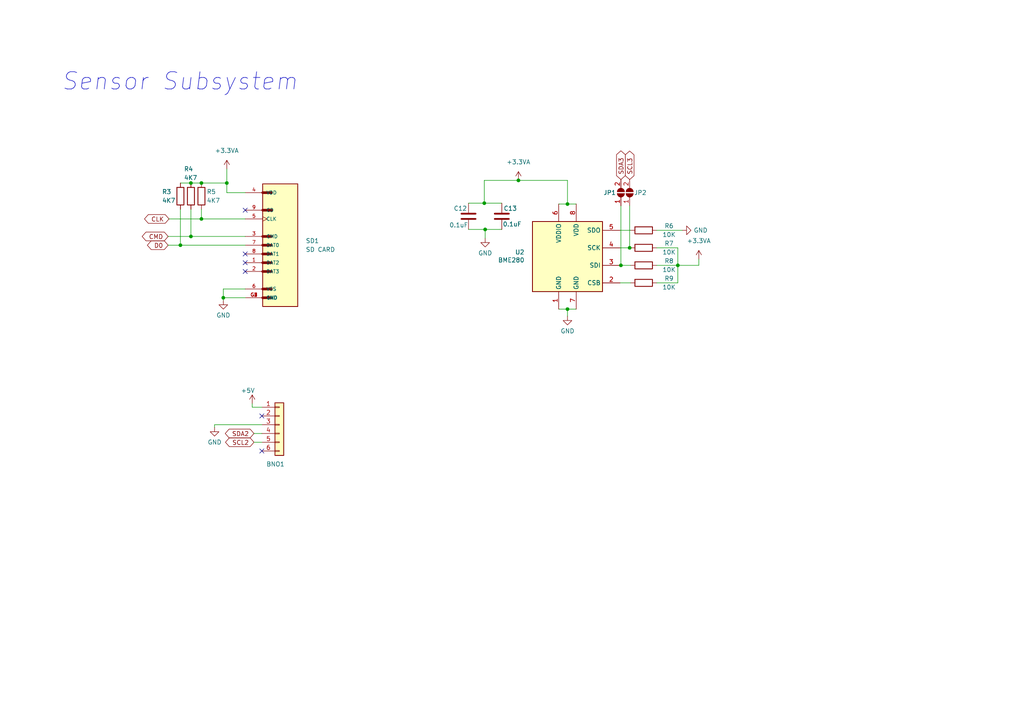
<source format=kicad_sch>
(kicad_sch (version 20230121) (generator eeschema)
  (paper "A4")
  (lib_symbols
    (symbol "Connector_Generic:Conn_01x06" (pin_names (offset 1.016) hide)
      (property "Reference" "J" (at 0 7.62 0))
      (property "Value" "Conn_01x06" (at 0 -10.16 0))
      (symbol "Conn_01x06_1_1"
        (rectangle (start -1.27 -7.493) (end 0 -7.747) (stroke (width 0.1524)))
        (rectangle (start -1.27 -4.953) (end 0 -5.207) (stroke (width 0.1524)))
        (rectangle (start -1.27 -2.413) (end 0 -2.667) (stroke (width 0.1524)))
        (rectangle (start -1.27 0.127) (end 0 -0.127) (stroke (width 0.1524)))
        (rectangle (start -1.27 2.667) (end 0 2.413) (stroke (width 0.1524)))
        (rectangle (start -1.27 5.207) (end 0 4.953) (stroke (width 0.1524)))
        (rectangle (start -1.27 6.35) (end 1.27 -8.89) (stroke (width 0.254)) (fill (type background)))
        (pin passive line (at -5.08 5.08 0) (length 3.81) (name "Pin_1") (number "1"))
        (pin passive line (at -5.08 2.54 0) (length 3.81) (name "Pin_2") (number "2"))
        (pin passive line (at -5.08 0 0) (length 3.81) (name "Pin_3") (number "3"))
        (pin passive line (at -5.08 -2.54 0) (length 3.81) (name "Pin_4") (number "4"))
        (pin passive line (at -5.08 -5.08 0) (length 3.81) (name "Pin_5") (number "5"))
        (pin passive line (at -5.08 -7.62 0) (length 3.81) (name "Pin_6") (number "6"))
      )
    )
    (symbol "Device:C" (pin_numbers hide) (pin_names (offset 0.254))
      (property "Reference" "C" (at 0.635 2.54 0))
      (property "Value" "C" (at 0.635 -2.54 0))
      (symbol "C_0_1"
        (polyline (pts (xy -2.032 -0.762) (xy 2.032 -0.762)) (stroke (width 0.508)))
        (polyline (pts (xy -2.032 0.762) (xy 2.032 0.762)) (stroke (width 0.508)))
      )
      (symbol "C_1_1"
        (pin passive line (at 0 3.81 270) (length 2.794) (name "~") (number "1"))
        (pin passive line (at 0 -3.81 90) (length 2.794) (name "~") (number "2"))
      )
    )
    (symbol "Device:R" (pin_numbers hide) (pin_names (offset 0))
      (property "Reference" "R" (at 2.032 0 90))
      (property "Value" "R" (at 0 0 90))
      (symbol "R_0_1"
        (rectangle (start -1.016 -2.54) (end 1.016 2.54) (stroke (width 0.254)))
      )
      (symbol "R_1_1"
        (pin passive line (at 0 3.81 270) (length 1.27) (name "~") (number "1"))
        (pin passive line (at 0 -3.81 90) (length 1.27) (name "~") (number "2"))
      )
    )
    (symbol "Jumper:SolderJumper_2_Open" (pin_names (offset 0) hide)
      (property "Reference" "JP" (at 0 2.032 0))
      (property "Value" "SolderJumper_2_Open" (at 0 -2.54 0))
      (symbol "SolderJumper_2_Open_0_1"
        (arc (start -0.254 1.016) (mid -1.2656 0) (end -0.254 -1.016))
        (arc (start -0.254 1.016) (mid -1.2656 0) (end -0.254 -1.016) (fill (type outline)))
        (polyline (pts (xy -0.254 1.016) (xy -0.254 -1.016)))
        (polyline (pts (xy 0.254 1.016) (xy 0.254 -1.016)))
        (arc (start 0.254 -1.016) (mid 1.2656 0) (end 0.254 1.016))
        (arc (start 0.254 -1.016) (mid 1.2656 0) (end 0.254 1.016) (fill (type outline)))
      )
      (symbol "SolderJumper_2_Open_1_1"
        (pin passive line (at -3.81 0 0) (length 2.54) (name "A") (number "1"))
        (pin passive line (at 3.81 0 180) (length 2.54) (name "B") (number "2"))
      )
    )
    (symbol "ST-TF-003A:ST-TF-003A" (pin_names (offset 1.016))
      (property "Reference" "P" (at 0 17.7943 0))
      (property "Value" "ST-TF-003A" (at 0 -20.3492 0))
      (symbol "ST-TF-003A_0_0"
        (rectangle (start 0 -17.78) (end 10.16 17.78) (stroke (width 0.254)) (fill (type background)))
        (polyline (pts (xy 0 -15.24) (xy 2.54 -15.24)) (stroke (width 0.762)))
        (polyline (pts (xy 0 -12.7) (xy 2.54 -12.7)) (stroke (width 0.762)))
        (polyline (pts (xy 0 -7.62) (xy 2.54 -7.62)) (stroke (width 0.762)))
        (polyline (pts (xy 0 -5.08) (xy 2.54 -5.08)) (stroke (width 0.762)))
        (polyline (pts (xy 0 -2.54) (xy 2.54 -2.54)) (stroke (width 0.762)))
        (polyline (pts (xy 0 0) (xy 2.54 0)) (stroke (width 0.762)))
        (polyline (pts (xy 0 2.54) (xy 2.54 2.54)) (stroke (width 0.762)))
        (polyline (pts (xy 0 10.16) (xy 2.54 10.16)) (stroke (width 0.762)))
        (polyline (pts (xy 0 15.24) (xy 2.54 15.24)) (stroke (width 0.762)))
        (pin bidirectional line (at -5.08 -5.08 0) (length 5.08) (name "DAT2") (number "1"))
        (pin bidirectional line (at -5.08 -7.62 0) (length 5.08) (name "DAT3") (number "2"))
        (pin bidirectional line (at -5.08 2.54 0) (length 5.08) (name "CMD") (number "3"))
        (pin power_in line (at -5.08 15.24 0) (length 5.08) (name "VDD") (number "4"))
        (pin input clock (at -5.08 7.62 0) (length 5.08) (name "CLK") (number "5"))
        (pin passive line (at -5.08 -12.7 0) (length 5.08) (name "VSS") (number "6"))
        (pin bidirectional line (at -5.08 0 0) (length 5.08) (name "DAT0") (number "7"))
        (pin bidirectional line (at -5.08 -2.54 0) (length 5.08) (name "DAT1") (number "8"))
        (pin input line (at -5.08 10.16 0) (length 5.08) (name "CD") (number "9"))
        (pin passive line (at -5.08 -15.24 0) (length 5.08) (name "GND") (number "G1"))
        (pin passive line (at -5.08 -15.24 0) (length 5.08) (name "GND") (number "G2"))
        (pin passive line (at -5.08 -15.24 0) (length 5.08) (name "GND") (number "G3"))
        (pin passive line (at -5.08 -15.24 0) (length 5.08) (name "GND") (number "G4"))
      )
    )
    (symbol "Sensor:BME280"
      (property "Reference" "U" (at -8.89 11.43 0))
      (property "Value" "BME280" (at 7.62 11.43 0))
      (symbol "BME280_0_1"
        (rectangle (start -10.16 10.16) (end 10.16 -10.16) (stroke (width 0.254)) (fill (type background)))
      )
      (symbol "BME280_1_1"
        (pin power_in line (at -2.54 -15.24 90) (length 5.08) (name "GND") (number "1"))
        (pin input line (at 15.24 -7.62 180) (length 5.08) (name "CSB") (number "2"))
        (pin bidirectional line (at 15.24 -2.54 180) (length 5.08) (name "SDI") (number "3"))
        (pin input line (at 15.24 2.54 180) (length 5.08) (name "SCK") (number "4"))
        (pin bidirectional line (at 15.24 7.62 180) (length 5.08) (name "SDO") (number "5"))
        (pin power_in line (at -2.54 15.24 270) (length 5.08) (name "VDDIO") (number "6"))
        (pin power_in line (at 2.54 -15.24 90) (length 5.08) (name "GND") (number "7"))
        (pin power_in line (at 2.54 15.24 270) (length 5.08) (name "VDD") (number "8"))
      )
    )
    (symbol "power:+3.3VA" (power) (pin_names (offset 0))
      (property "Value" "+3.3VA" (at 0 3.556 0))
      (symbol "+3.3VA_0_1"
        (polyline (pts (xy -0.762 1.27) (xy 0 2.54)))
        (polyline (pts (xy 0 0) (xy 0 2.54)))
        (polyline (pts (xy 0 2.54) (xy 0.762 1.27)))
      )
      (symbol "+3.3VA_1_1"
        (pin power_in line (at 0 0 90) (length 0) hide (name "+3.3VA") (number "1"))
      )
    )
    (symbol "power:+5V" (power) (pin_names (offset 0))
      (property "Value" "+5V" (at 0 3.556 0))
      (symbol "+5V_0_1"
        (polyline (pts (xy -0.762 1.27) (xy 0 2.54)))
        (polyline (pts (xy 0 0) (xy 0 2.54)))
        (polyline (pts (xy 0 2.54) (xy 0.762 1.27)))
      )
      (symbol "+5V_1_1"
        (pin power_in line (at 0 0 90) (length 0) hide (name "+5V") (number "1"))
      )
    )
    (symbol "power:GND" (power) (pin_names (offset 0))
      (property "Value" "GND" (at 0 -3.81 0))
      (symbol "GND_0_1"
        (polyline (pts (xy 0 0) (xy 0 -1.27) (xy 1.27 -1.27) (xy 0 -2.54) (xy -1.27 -1.27) (xy 0 -1.27)))
      )
      (symbol "GND_1_1"
        (pin power_in line (at 0 0 270) (length 0) hide (name "GND") (number "1"))
      )
    )
  )
  (junction (at 58.42 63.5))
  (junction (at 164.592 89.662))
  (junction (at 180.086 76.962))
  (junction (at 52.324 71.12))
  (junction (at 164.592 59.182))
  (junction (at 140.716 66.548))
  (junction (at 55.372 68.58))
  (junction (at 150.368 52.324))
  (junction (at 182.626 71.882))
  (junction (at 196.596 76.962))
  (junction (at 65.786 53.086))
  (junction (at 140.462 58.928))
  (junction (at 55.372 53.086))
  (junction (at 58.42 53.086))
  (junction (at 64.77 86.36))
  (no_connect (at 75.946 120.65))
  (no_connect (at 75.946 130.81))
  (no_connect (at 71.12 76.2))
  (no_connect (at 71.12 60.96))
  (no_connect (at 71.12 78.74))
  (no_connect (at 71.12 73.66))
  (wire (pts (xy 162.052 59.182) (xy 164.592 59.182)))
  (wire (pts (xy 62.23 123.19) (xy 62.23 123.952)))
  (wire (pts (xy 71.12 83.82) (xy 64.77 83.82)))
  (wire (pts (xy 190.5 76.962) (xy 196.596 76.962)))
  (wire (pts (xy 58.42 53.086) (xy 65.786 53.086)))
  (wire (pts (xy 52.324 53.086) (xy 55.372 53.086)))
  (wire (pts (xy 58.42 60.706) (xy 58.42 63.5)))
  (wire (pts (xy 196.596 82.042) (xy 196.596 76.962)))
  (wire (pts (xy 182.626 59.69) (xy 182.626 71.882)))
  (wire (pts (xy 179.832 66.802) (xy 182.88 66.802)))
  (wire (pts (xy 73.66 128.27) (xy 75.946 128.27)))
  (wire (pts (xy 164.592 89.662) (xy 167.132 89.662)))
  (wire (pts (xy 55.372 53.086) (xy 58.42 53.086)))
  (wire (pts (xy 75.946 123.19) (xy 62.23 123.19)))
  (wire (pts (xy 196.596 71.882) (xy 196.596 76.962)))
  (wire (pts (xy 48.768 68.58) (xy 55.372 68.58)))
  (wire (pts (xy 65.786 55.88) (xy 71.12 55.88)))
  (wire (pts (xy 162.052 89.662) (xy 164.592 89.662)))
  (wire (pts (xy 135.89 66.548) (xy 140.716 66.548)))
  (wire (pts (xy 190.5 82.042) (xy 196.596 82.042)))
  (wire (pts (xy 190.5 66.802) (xy 197.866 66.802)))
  (wire (pts (xy 52.324 71.12) (xy 71.12 71.12)))
  (wire (pts (xy 179.832 82.042) (xy 182.88 82.042)))
  (wire (pts (xy 140.462 52.324) (xy 140.462 58.928)))
  (wire (pts (xy 49.022 63.5) (xy 58.42 63.5)))
  (wire (pts (xy 55.372 68.58) (xy 71.12 68.58)))
  (wire (pts (xy 48.768 71.12) (xy 52.324 71.12)))
  (wire (pts (xy 190.5 71.882) (xy 196.596 71.882)))
  (wire (pts (xy 179.832 76.962) (xy 180.086 76.962)))
  (wire (pts (xy 65.786 49.022) (xy 65.786 53.086)))
  (wire (pts (xy 71.12 86.36) (xy 64.77 86.36)))
  (wire (pts (xy 75.946 118.11) (xy 73.152 118.11)))
  (wire (pts (xy 150.368 52.324) (xy 140.462 52.324)))
  (wire (pts (xy 58.42 63.5) (xy 71.12 63.5)))
  (wire (pts (xy 202.692 75.184) (xy 202.692 76.962)))
  (wire (pts (xy 180.086 76.962) (xy 182.88 76.962)))
  (wire (pts (xy 52.324 60.706) (xy 52.324 71.12)))
  (wire (pts (xy 65.786 53.086) (xy 65.786 55.88)))
  (wire (pts (xy 140.716 66.548) (xy 145.542 66.548)))
  (wire (pts (xy 73.152 118.11) (xy 73.152 117.094)))
  (wire (pts (xy 64.77 86.36) (xy 64.77 87.122)))
  (wire (pts (xy 164.592 52.324) (xy 164.592 59.182)))
  (wire (pts (xy 64.77 83.82) (xy 64.77 86.36)))
  (wire (pts (xy 140.716 69.088) (xy 140.716 66.548)))
  (wire (pts (xy 164.592 59.182) (xy 167.132 59.182)))
  (wire (pts (xy 135.89 58.928) (xy 140.462 58.928)))
  (wire (pts (xy 179.832 71.882) (xy 182.626 71.882)))
  (wire (pts (xy 140.462 58.928) (xy 145.542 58.928)))
  (wire (pts (xy 182.626 71.882) (xy 182.88 71.882)))
  (wire (pts (xy 55.372 60.706) (xy 55.372 68.58)))
  (wire (pts (xy 180.086 59.69) (xy 180.086 76.962)))
  (wire (pts (xy 164.592 91.694) (xy 164.592 89.662)))
  (wire (pts (xy 150.368 52.324) (xy 164.592 52.324)))
  (wire (pts (xy 196.596 76.962) (xy 202.692 76.962)))
  (wire (pts (xy 73.66 125.73) (xy 75.946 125.73)))
  (text "Sensor Subsystem" (at 17.78 26.67 0) (effects (font (size 5 5) italic) (justify left bottom)))
  (global_label "D0" (shape bidirectional) (at 48.768 71.12 180) (property "Intersheetrefs" "${INTERSHEET_REFS}" (effects hide)))
  (global_label "SCL2" (shape bidirectional) (at 73.66 128.27 180) (property "Intersheetrefs" "${INTERSHEET_REFS}" (effects hide)))
  (global_label "CMD" (shape bidirectional) (at 48.768 68.58 180) (property "Intersheetrefs" "${INTERSHEET_REFS}" (effects hide)))
  (global_label "SDA3" (shape bidirectional) (at 180.086 52.07 90) (property "Intersheetrefs" "${INTERSHEET_REFS}" (effects hide)))
  (global_label "SDA2" (shape bidirectional) (at 73.66 125.73 180) (property "Intersheetrefs" "${INTERSHEET_REFS}" (effects hide)))
  (global_label "SCL3" (shape bidirectional) (at 182.626 52.07 90) (property "Intersheetrefs" "${INTERSHEET_REFS}" (effects hide)))
  (global_label "CLK" (shape bidirectional) (at 49.022 63.5 180) (property "Intersheetrefs" "${INTERSHEET_REFS}" (effects hide)))
  (symbol (lib_id "power:+3.3VA") (at 65.786 49.022 0) (unit 1)
    (property "Reference" "#PWR010" (effects hide))
    (property "Value" "+3.3VA" (at 65.786 43.688 0))
  )
  (symbol (lib_id "Device:C") (at 145.542 62.738 0) (unit 1)
    (property "Reference" "C13" (at 146.05 60.452 0) (effects (justify left)))
    (property "Value" "0.1uF" (at 145.796 65.024 0) (effects (justify left)))
    (property "Footprint" "Capacitor_SMD:C_0603_1608Metric_Pad1.08x0.95mm_HandSolder" (effects hide))
  )
  (symbol (lib_id "Device:R") (at 58.42 56.896 0) (unit 1)
    (property "Reference" "R5" (at 59.944 55.626 0) (effects (justify left)))
    (property "Value" "4K7" (at 59.944 58.166 0) (effects (justify left)))
    (property "Footprint" "Resistor_SMD:R_0805_2012Metric" (effects hide))
  )
  (symbol (lib_id "Jumper:SolderJumper_2_Open") (at 182.626 55.88 90) (unit 1)
    (property "Reference" "JP2" (at 183.896 55.88 90) (effects (justify right)))
    (property "Value" "SolderJumper_2_Open" (effects hide))
    (property "Footprint" "Jumper:SolderJumper-2_P1.3mm_Open_RoundedPad1.0x1.5mm" (effects hide))
  )
  (symbol (lib_id "Device:R") (at 55.372 56.896 0) (unit 1)
    (property "Reference" "R4" (at 53.34 49.022 0) (effects (justify left)))
    (property "Value" "4K7" (at 53.34 51.562 0) (effects (justify left)))
    (property "Footprint" "Resistor_SMD:R_0805_2012Metric" (effects hide))
  )
  (symbol (lib_id "Device:R") (at 52.324 56.896 0) (unit 1)
    (property "Reference" "R3" (at 46.99 55.626 0) (effects (justify left)))
    (property "Value" "4K7" (at 46.99 58.166 0) (effects (justify left)))
    (property "Footprint" "Resistor_SMD:R_0805_2012Metric" (effects hide))
  )
  (symbol (lib_id "power:+3.3VA") (at 202.692 75.184 0) (unit 1)
    (property "Reference" "#PWR017" (effects hide))
    (property "Value" "+3.3VA" (at 202.692 69.85 0))
  )
  (symbol (lib_id "power:GND") (at 164.592 91.694 0) (mirror y) (unit 1)
    (property "Reference" "#PWR015" (effects hide))
    (property "Value" "GND" (at 162.56 96.012 0) (effects (justify right)))
  )
  (symbol (lib_id "power:+5V") (at 73.152 117.094 0) (unit 1)
    (property "Reference" "#PWR012" (effects hide))
    (property "Value" "+5V" (at 71.882 113.284 0))
  )
  (symbol (lib_id "Connector_Generic:Conn_01x06") (at 81.026 123.19 0) (unit 1)
    (property "Reference" "BNO1" (at 77.216 134.62 0) (effects (justify left)))
    (property "Value" "xx" (effects hide))
    (property "Footprint" "Connector_PinSocket_2.54mm:PinSocket_1x06_P2.54mm_Vertical" (effects hide))
  )
  (symbol (lib_id "power:GND") (at 140.716 69.088 0) (mirror y) (unit 1)
    (property "Reference" "#PWR013" (effects hide))
    (property "Value" "GND" (at 138.684 73.406 0) (effects (justify right)))
  )
  (symbol (lib_id "Device:R") (at 186.69 82.042 270) (unit 1)
    (property "Reference" "R9" (at 194.056 80.772 90))
    (property "Value" "10K" (at 194.056 83.312 90))
    (property "Footprint" "Resistor_SMD:R_0805_2012Metric" (effects hide))
  )
  (symbol (lib_id "Device:R") (at 186.69 76.962 270) (unit 1)
    (property "Reference" "R8" (at 194.056 75.692 90))
    (property "Value" "10K" (at 194.056 78.232 90))
    (property "Footprint" "Resistor_SMD:R_0805_2012Metric" (effects hide))
  )
  (symbol (lib_id "power:GND") (at 197.866 66.802 90) (unit 1)
    (property "Reference" "#PWR016" (effects hide))
    (property "Value" "GND" (at 201.168 66.802 90) (effects (justify right)))
  )
  (symbol (lib_id "Device:R") (at 186.69 66.802 270) (unit 1)
    (property "Reference" "R6" (at 194.056 65.532 90))
    (property "Value" "10K" (at 194.056 68.072 90))
    (property "Footprint" "Resistor_SMD:R_0805_2012Metric" (effects hide))
  )
  (symbol (lib_id "Jumper:SolderJumper_2_Open") (at 180.086 55.88 90) (unit 1)
    (property "Reference" "JP1" (at 175.006 55.88 90) (effects (justify right)))
    (property "Value" "SolderJumper_2_Open" (effects hide))
    (property "Footprint" "Jumper:SolderJumper-2_P1.3mm_Open_RoundedPad1.0x1.5mm" (effects hide))
  )
  (symbol (lib_id "Device:R") (at 186.69 71.882 270) (unit 1)
    (property "Reference" "R7" (at 194.056 70.612 90))
    (property "Value" "10K" (at 194.056 73.152 90))
    (property "Footprint" "Resistor_SMD:R_0805_2012Metric" (effects hide))
  )
  (symbol (lib_id "Sensor:BME280") (at 164.592 74.422 0) (unit 1)
    (property "Reference" "U2" (at 152.146 73.152 0) (effects (justify right)))
    (property "Value" "BME280" (at 152.146 75.438 0) (effects (justify right)))
    (property "Footprint" "Package_LGA:Bosch_LGA-8_2.5x2.5mm_P0.65mm_ClockwisePinNumbering" (effects hide))
    (property "Datasheet" "https://ae-bst.resource.bosch.com/media/_tech/media/datasheets/BST-BME280-DS002.pdf" (effects hide))
  )
  (symbol (lib_id "power:+3.3VA") (at 150.368 52.324 0) (unit 1)
    (property "Reference" "#PWR014" (effects hide))
    (property "Value" "+3.3VA" (at 150.368 46.99 0))
  )
  (symbol (lib_id "power:GND") (at 62.23 123.952 0) (mirror y) (unit 1)
    (property "Reference" "#PWR011" (effects hide))
    (property "Value" "GND" (at 60.198 128.27 0) (effects (justify right)))
  )
  (symbol (lib_id "power:GND") (at 64.77 87.122 0) (mirror y) (unit 1)
    (property "Reference" "#PWR09" (effects hide))
    (property "Value" "GND" (at 62.738 91.44 0) (effects (justify right)))
  )
  (symbol (lib_id "ST-TF-003A:ST-TF-003A") (at 76.2 71.12 0) (unit 1)
    (property "Reference" "SD1" (at 88.646 69.8499 0) (effects (justify left)))
    (property "Value" "SD CARD" (at 88.646 72.3899 0) (effects (justify left)))
    (property "Footprint" "ST-TF-003A:SUNTECH_ST-TF-003A" (effects hide))
    (property "MF" "Suntech" (effects hide))
    (property "Description" "\nMicro SD Card Socket\n" (effects hide))
    (property "Package" "None" (effects hide))
    (property "Price" "None" (effects hide))
    (property "Check_prices" "https://www.snapeda.com/parts/ST-TF-003A/Suntech/view-part/?ref=eda" (effects hide))
    (property "SnapEDA_Link" "https://www.snapeda.com/parts/ST-TF-003A/Suntech/view-part/?ref=snap" (effects hide))
    (property "MP" "ST-TF-003A" (effects hide))
    (property "Availability" "Not in stock" (effects hide))
    (property "MANUFACTURER" "Suntech" (effects hide))
  )
  (symbol (lib_id "Device:C") (at 135.89 62.738 0) (unit 1)
    (property "Reference" "C12" (at 131.572 60.452 0) (effects (justify left)))
    (property "Value" "0.1uF" (at 130.302 65.278 0) (effects (justify left)))
    (property "Footprint" "Capacitor_SMD:C_0603_1608Metric_Pad1.08x0.95mm_HandSolder" (effects hide))
  )
)
</source>
